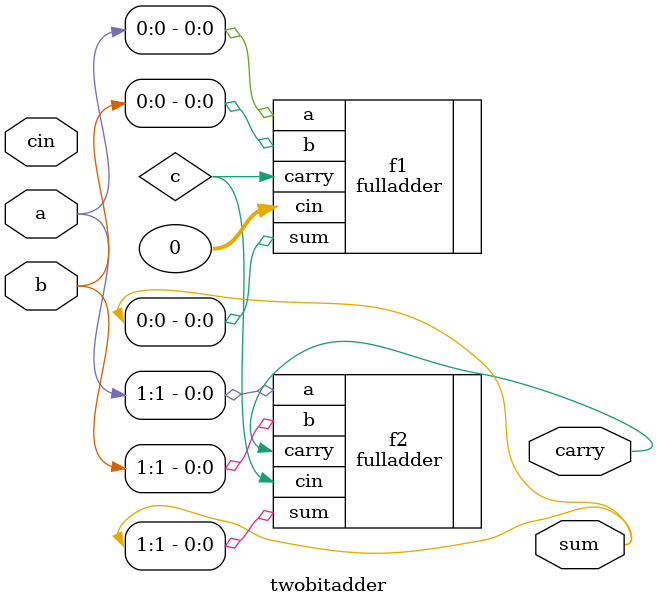
<source format=v>
`timescale 1ns / 1ps
module twobitadder(
	input [1:0] a,
	input [1:0] b,
	input cin,
	output wire [1:0] sum,
	output wire carry
);

wire c;

fulladder f1(.a(a[0]), .b(b[0]), .cin(0), .sum(sum[0]), .carry(c));
fulladder f2(.a(a[1]), .b(b[1]), .cin(c), .sum(sum[1]), .carry(carry));

endmodule

</source>
